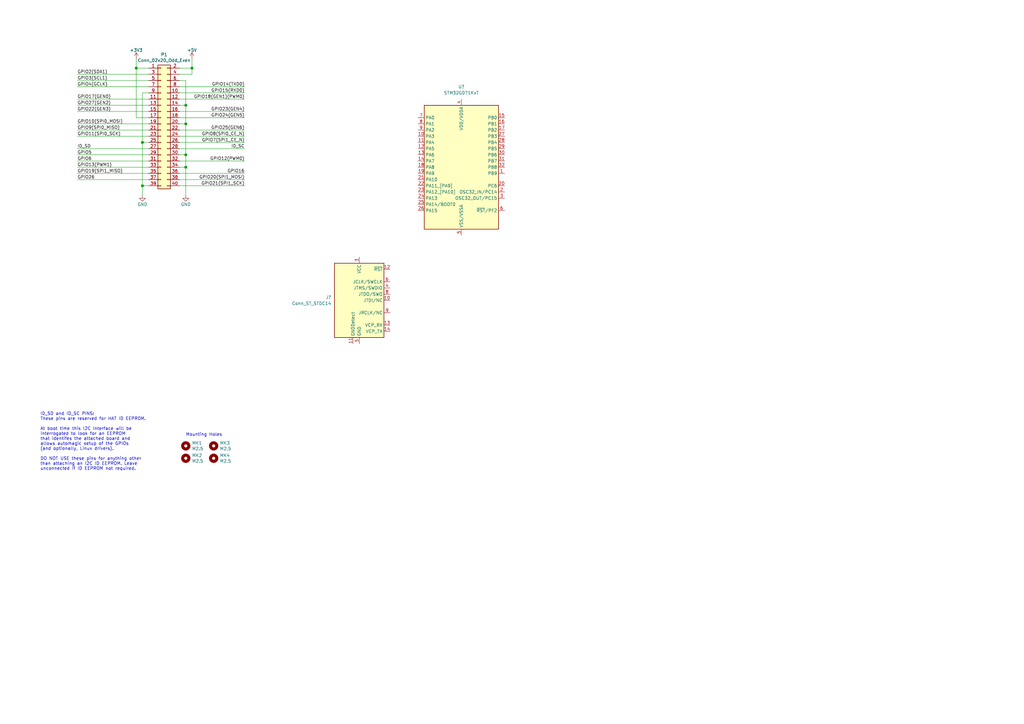
<source format=kicad_sch>
(kicad_sch (version 20210621) (generator eeschema)
  (paper "A3")
  (title_block (title "Ice Sensor PI Hat") (date "15 nov 2012") (rev "0.1"))
  (lib_symbols
    (symbol "Connector:Conn_ST_STDC14"
      (property "Reference" "J" (at -8.89 16.51 0))
      (property "Value" "Conn_ST_STDC14" (at 17.78 16.51 0))
      (symbol "Conn_ST_STDC14_0_1"
        (rectangle (start -10.16 15.24) (end 10.16 -15.24) (stroke (width 0.254)) (fill (type background)))
      )
      (symbol "Conn_ST_STDC14_1_1"
        (pin no_connect line (at -10.16 5.08 0) (length 2.54) hide (name "NC") (number "1"))
        (pin output line (at 12.7 0 180) (length 2.54) (name "JTDI/NC") (number "10"))
        (pin passive line (at -2.54 -17.78 90) (length 2.54) (name "GNDDetect") (number "11"))
        (pin open_collector line (at 12.7 12.7 180) (length 2.54) (name "~{RST}") (number "12"))
        (pin output line (at 12.7 -10.16 180) (length 2.54) (name "VCP_RX") (number "13"))
        (pin input line (at 12.7 -12.7 180) (length 2.54) (name "VCP_TX") (number "14"))
        (pin no_connect line (at -10.16 2.54 0) (length 2.54) hide (name "NC") (number "2"))
        (pin power_in line (at 0 17.78 270) (length 2.54) (name "VCC") (number "3"))
        (pin bidirectional line (at 12.7 5.08 180) (length 2.54) (name "JTMS/SWDIO") (number "4"))
        (pin power_in line (at 0 -17.78 90) (length 2.54) (name "GND") (number "5"))
        (pin output line (at 12.7 7.62 180) (length 2.54) (name "JCLK/SWCLK") (number "6"))
        (pin passive line (at 0 -17.78 90) (length 2.54) hide (name "GND") (number "7"))
        (pin input line (at 12.7 2.54 180) (length 2.54) (name "JTDO/SWO") (number "8"))
        (pin input line (at 12.7 -5.08 180) (length 2.54) (name "JRCLK/NC") (number "9"))
      )
    )
    (symbol "Connector_Generic:Conn_02x20_Odd_Even" (pin_names (offset 1.016) hide)
      (property "Reference" "J" (at 1.27 25.4 0))
      (property "Value" "Conn_02x20_Odd_Even" (at 1.27 -27.94 0))
      (symbol "Conn_02x20_Odd_Even_1_1"
        (rectangle (start -1.27 -25.273) (end 0 -25.527) (stroke (width 0.1524)))
        (rectangle (start -1.27 -22.733) (end 0 -22.987) (stroke (width 0.1524)))
        (rectangle (start -1.27 -20.193) (end 0 -20.447) (stroke (width 0.1524)))
        (rectangle (start -1.27 -17.653) (end 0 -17.907) (stroke (width 0.1524)))
        (rectangle (start -1.27 -15.113) (end 0 -15.367) (stroke (width 0.1524)))
        (rectangle (start -1.27 -12.573) (end 0 -12.827) (stroke (width 0.1524)))
        (rectangle (start -1.27 -10.033) (end 0 -10.287) (stroke (width 0.1524)))
        (rectangle (start -1.27 -7.493) (end 0 -7.747) (stroke (width 0.1524)))
        (rectangle (start -1.27 -4.953) (end 0 -5.207) (stroke (width 0.1524)))
        (rectangle (start -1.27 -2.413) (end 0 -2.667) (stroke (width 0.1524)))
        (rectangle (start -1.27 0.127) (end 0 -0.127) (stroke (width 0.1524)))
        (rectangle (start -1.27 2.667) (end 0 2.413) (stroke (width 0.1524)))
        (rectangle (start -1.27 5.207) (end 0 4.953) (stroke (width 0.1524)))
        (rectangle (start -1.27 7.747) (end 0 7.493) (stroke (width 0.1524)))
        (rectangle (start -1.27 10.287) (end 0 10.033) (stroke (width 0.1524)))
        (rectangle (start -1.27 12.827) (end 0 12.573) (stroke (width 0.1524)))
        (rectangle (start -1.27 15.367) (end 0 15.113) (stroke (width 0.1524)))
        (rectangle (start -1.27 17.907) (end 0 17.653) (stroke (width 0.1524)))
        (rectangle (start -1.27 20.447) (end 0 20.193) (stroke (width 0.1524)))
        (rectangle (start -1.27 22.987) (end 0 22.733) (stroke (width 0.1524)))
        (rectangle (start 3.81 -25.273) (end 2.54 -25.527) (stroke (width 0.1524)))
        (rectangle (start 3.81 -22.733) (end 2.54 -22.987) (stroke (width 0.1524)))
        (rectangle (start 3.81 -20.193) (end 2.54 -20.447) (stroke (width 0.1524)))
        (rectangle (start 3.81 -17.653) (end 2.54 -17.907) (stroke (width 0.1524)))
        (rectangle (start 3.81 -15.113) (end 2.54 -15.367) (stroke (width 0.1524)))
        (rectangle (start 3.81 -12.573) (end 2.54 -12.827) (stroke (width 0.1524)))
        (rectangle (start 3.81 -10.033) (end 2.54 -10.287) (stroke (width 0.1524)))
        (rectangle (start 3.81 -7.493) (end 2.54 -7.747) (stroke (width 0.1524)))
        (rectangle (start 3.81 -4.953) (end 2.54 -5.207) (stroke (width 0.1524)))
        (rectangle (start 3.81 -2.413) (end 2.54 -2.667) (stroke (width 0.1524)))
        (rectangle (start 3.81 0.127) (end 2.54 -0.127) (stroke (width 0.1524)))
        (rectangle (start 3.81 2.667) (end 2.54 2.413) (stroke (width 0.1524)))
        (rectangle (start 3.81 5.207) (end 2.54 4.953) (stroke (width 0.1524)))
        (rectangle (start 3.81 7.747) (end 2.54 7.493) (stroke (width 0.1524)))
        (rectangle (start 3.81 10.287) (end 2.54 10.033) (stroke (width 0.1524)))
        (rectangle (start 3.81 12.827) (end 2.54 12.573) (stroke (width 0.1524)))
        (rectangle (start 3.81 15.367) (end 2.54 15.113) (stroke (width 0.1524)))
        (rectangle (start 3.81 17.907) (end 2.54 17.653) (stroke (width 0.1524)))
        (rectangle (start 3.81 20.447) (end 2.54 20.193) (stroke (width 0.1524)))
        (rectangle (start 3.81 22.987) (end 2.54 22.733) (stroke (width 0.1524)))
        (rectangle (start -1.27 24.13) (end 3.81 -26.67) (stroke (width 0.254)) (fill (type background)))
        (pin passive line (at -5.08 22.86 0) (length 3.81) (name "Pin_1") (number "1"))
        (pin passive line (at 7.62 12.7 180) (length 3.81) (name "Pin_10") (number "10"))
        (pin passive line (at -5.08 10.16 0) (length 3.81) (name "Pin_11") (number "11"))
        (pin passive line (at 7.62 10.16 180) (length 3.81) (name "Pin_12") (number "12"))
        (pin passive line (at -5.08 7.62 0) (length 3.81) (name "Pin_13") (number "13"))
        (pin passive line (at 7.62 7.62 180) (length 3.81) (name "Pin_14") (number "14"))
        (pin passive line (at -5.08 5.08 0) (length 3.81) (name "Pin_15") (number "15"))
        (pin passive line (at 7.62 5.08 180) (length 3.81) (name "Pin_16") (number "16"))
        (pin passive line (at -5.08 2.54 0) (length 3.81) (name "Pin_17") (number "17"))
        (pin passive line (at 7.62 2.54 180) (length 3.81) (name "Pin_18") (number "18"))
        (pin passive line (at -5.08 0 0) (length 3.81) (name "Pin_19") (number "19"))
        (pin passive line (at 7.62 22.86 180) (length 3.81) (name "Pin_2") (number "2"))
        (pin passive line (at 7.62 0 180) (length 3.81) (name "Pin_20") (number "20"))
        (pin passive line (at -5.08 -2.54 0) (length 3.81) (name "Pin_21") (number "21"))
        (pin passive line (at 7.62 -2.54 180) (length 3.81) (name "Pin_22") (number "22"))
        (pin passive line (at -5.08 -5.08 0) (length 3.81) (name "Pin_23") (number "23"))
        (pin passive line (at 7.62 -5.08 180) (length 3.81) (name "Pin_24") (number "24"))
        (pin passive line (at -5.08 -7.62 0) (length 3.81) (name "Pin_25") (number "25"))
        (pin passive line (at 7.62 -7.62 180) (length 3.81) (name "Pin_26") (number "26"))
        (pin passive line (at -5.08 -10.16 0) (length 3.81) (name "Pin_27") (number "27"))
        (pin passive line (at 7.62 -10.16 180) (length 3.81) (name "Pin_28") (number "28"))
        (pin passive line (at -5.08 -12.7 0) (length 3.81) (name "Pin_29") (number "29"))
        (pin passive line (at -5.08 20.32 0) (length 3.81) (name "Pin_3") (number "3"))
        (pin passive line (at 7.62 -12.7 180) (length 3.81) (name "Pin_30") (number "30"))
        (pin passive line (at -5.08 -15.24 0) (length 3.81) (name "Pin_31") (number "31"))
        (pin passive line (at 7.62 -15.24 180) (length 3.81) (name "Pin_32") (number "32"))
        (pin passive line (at -5.08 -17.78 0) (length 3.81) (name "Pin_33") (number "33"))
        (pin passive line (at 7.62 -17.78 180) (length 3.81) (name "Pin_34") (number "34"))
        (pin passive line (at -5.08 -20.32 0) (length 3.81) (name "Pin_35") (number "35"))
        (pin passive line (at 7.62 -20.32 180) (length 3.81) (name "Pin_36") (number "36"))
        (pin passive line (at -5.08 -22.86 0) (length 3.81) (name "Pin_37") (number "37"))
        (pin passive line (at 7.62 -22.86 180) (length 3.81) (name "Pin_38") (number "38"))
        (pin passive line (at -5.08 -25.4 0) (length 3.81) (name "Pin_39") (number "39"))
        (pin passive line (at 7.62 20.32 180) (length 3.81) (name "Pin_4") (number "4"))
        (pin passive line (at 7.62 -25.4 180) (length 3.81) (name "Pin_40") (number "40"))
        (pin passive line (at -5.08 17.78 0) (length 3.81) (name "Pin_5") (number "5"))
        (pin passive line (at 7.62 17.78 180) (length 3.81) (name "Pin_6") (number "6"))
        (pin passive line (at -5.08 15.24 0) (length 3.81) (name "Pin_7") (number "7"))
        (pin passive line (at 7.62 15.24 180) (length 3.81) (name "Pin_8") (number "8"))
        (pin passive line (at -5.08 12.7 0) (length 3.81) (name "Pin_9") (number "9"))
      )
    )
    (symbol "MCU_ST_STM32G0:STM32G071KxT"
      (property "Reference" "U" (at -15.24 26.67 0))
      (property "Value" "STM32G071KxT" (at 1.27 26.67 0))
      (symbol "STM32G071KxT_0_1"
        (rectangle (start -15.24 -25.4) (end 15.24 25.4) (stroke (width 0.254)) (fill (type background)))
      )
      (symbol "STM32G071KxT_1_1"
        (pin bidirectional line (at 17.78 -2.54 180) (length 2.54) (name "PB9") (number "1"))
        (pin bidirectional line (at -17.78 12.7 0) (length 2.54) (name "PA3") (number "10"))
        (pin bidirectional line (at -17.78 10.16 0) (length 2.54) (name "PA4") (number "11"))
        (pin bidirectional line (at -17.78 7.62 0) (length 2.54) (name "PA5") (number "12"))
        (pin bidirectional line (at -17.78 5.08 0) (length 2.54) (name "PA6") (number "13"))
        (pin bidirectional line (at -17.78 2.54 0) (length 2.54) (name "PA7") (number "14"))
        (pin bidirectional line (at 17.78 20.32 180) (length 2.54) (name "PB0") (number "15"))
        (pin bidirectional line (at 17.78 17.78 180) (length 2.54) (name "PB1") (number "16"))
        (pin bidirectional line (at 17.78 15.24 180) (length 2.54) (name "PB2") (number "17"))
        (pin bidirectional line (at -17.78 0 0) (length 2.54) (name "PA8") (number "18"))
        (pin bidirectional line (at -17.78 -2.54 0) (length 2.54) (name "PA9") (number "19"))
        (pin bidirectional line (at 17.78 -10.16 180) (length 2.54) (name "OSC32_IN/PC14") (number "2"))
        (pin bidirectional line (at 17.78 -7.62 180) (length 2.54) (name "PC6") (number "20"))
        (pin bidirectional line (at -17.78 -5.08 0) (length 2.54) (name "PA10") (number "21"))
        (pin bidirectional line (at -17.78 -7.62 0) (length 2.54) (name "PA11_[PA9]") (number "22"))
        (pin bidirectional line (at -17.78 -10.16 0) (length 2.54) (name "PA12_[PA10]") (number "23"))
        (pin bidirectional line (at -17.78 -12.7 0) (length 2.54) (name "PA13") (number "24"))
        (pin bidirectional line (at -17.78 -15.24 0) (length 2.54) (name "PA14/BOOT0") (number "25"))
        (pin bidirectional line (at -17.78 -17.78 0) (length 2.54) (name "PA15") (number "26"))
        (pin bidirectional line (at 17.78 12.7 180) (length 2.54) (name "PB3") (number "27"))
        (pin bidirectional line (at 17.78 10.16 180) (length 2.54) (name "PB4") (number "28"))
        (pin bidirectional line (at 17.78 7.62 180) (length 2.54) (name "PB5") (number "29"))
        (pin bidirectional line (at 17.78 -12.7 180) (length 2.54) (name "OSC32_OUT/PC15") (number "3"))
        (pin bidirectional line (at 17.78 5.08 180) (length 2.54) (name "PB6") (number "30"))
        (pin bidirectional line (at 17.78 2.54 180) (length 2.54) (name "PB7") (number "31"))
        (pin bidirectional line (at 17.78 0 180) (length 2.54) (name "PB8") (number "32"))
        (pin power_in line (at 0 27.94 270) (length 2.54) (name "VDD/VDDA") (number "4"))
        (pin power_in line (at 0 -27.94 90) (length 2.54) (name "VSS/VSSA") (number "5"))
        (pin bidirectional line (at 17.78 -17.78 180) (length 2.54) (name "~{RST}/PF2") (number "6"))
        (pin bidirectional line (at -17.78 20.32 0) (length 2.54) (name "PA0") (number "7"))
        (pin bidirectional line (at -17.78 17.78 0) (length 2.54) (name "PA1") (number "8"))
        (pin bidirectional line (at -17.78 15.24 0) (length 2.54) (name "PA2") (number "9"))
      )
    )
    (symbol "Mechanical:MountingHole" (pin_names (offset 1.016))
      (property "Reference" "H" (at 0 5.08 0))
      (property "Value" "MountingHole" (at 0 3.175 0))
      (symbol "MountingHole_0_1"
        (circle (center 0 0) (radius 1.27) (stroke (width 1.27)))
      )
    )
    (symbol "power:+3.3V" (power) (pin_names (offset 0))
      (property "Value" "+3.3V" (at 0 3.556 0))
      (symbol "+3.3V_0_1"
        (polyline (pts (xy -0.762 1.27) (xy 0 2.54)))
        (polyline (pts (xy 0 0) (xy 0 2.54)))
        (polyline (pts (xy 0 2.54) (xy 0.762 1.27)))
      )
      (symbol "+3.3V_1_1"
        (pin power_in line (at 0 0 90) (length 0) hide (name "+3V3") (number "1"))
      )
    )
    (symbol "power:+5V" (power) (pin_names (offset 0))
      (property "Value" "+5V" (at 0 3.556 0))
      (symbol "+5V_0_1"
        (polyline (pts (xy -0.762 1.27) (xy 0 2.54)))
        (polyline (pts (xy 0 0) (xy 0 2.54)))
        (polyline (pts (xy 0 2.54) (xy 0.762 1.27)))
      )
      (symbol "+5V_1_1"
        (pin power_in line (at 0 0 90) (length 0) hide (name "+5V") (number "1"))
      )
    )
    (symbol "power:GND" (power) (pin_names (offset 0))
      (property "Value" "GND" (at 0 -3.81 0))
      (symbol "GND_0_1"
        (polyline (pts (xy 0 0) (xy 0 -1.27) (xy 1.27 -1.27) (xy 0 -2.54) (xy -1.27 -1.27) (xy 0 -1.27)))
      )
      (symbol "GND_1_1"
        (pin power_in line (at 0 0 270) (length 0) hide (name "GND") (number "1"))
      )
    )
  )
  (junction (at 55.88 27.94) (diameter 1.016))
  (junction (at 58.42 58.42) (diameter 1.016))
  (junction (at 58.42 76.2) (diameter 1.016))
  (junction (at 76.2 43.18) (diameter 1.016))
  (junction (at 76.2 50.8) (diameter 1.016))
  (junction (at 76.2 63.5) (diameter 1.016))
  (junction (at 76.2 68.58) (diameter 1.016))
  (junction (at 78.74 27.94) (diameter 1.016))
  (wire (pts (xy 31.75 33.02) (xy 60.96 33.02)))
  (wire (pts (xy 31.75 35.56) (xy 60.96 35.56)))
  (wire (pts (xy 31.75 43.18) (xy 60.96 43.18)))
  (wire (pts (xy 31.75 45.72) (xy 60.96 45.72)))
  (wire (pts (xy 31.75 53.34) (xy 60.96 53.34)))
  (wire (pts (xy 31.75 55.88) (xy 60.96 55.88)))
  (wire (pts (xy 31.75 63.5) (xy 60.96 63.5)))
  (wire (pts (xy 31.75 66.04) (xy 60.96 66.04)))
  (wire (pts (xy 31.75 71.12) (xy 60.96 71.12)))
  (wire (pts (xy 31.75 73.66) (xy 60.96 73.66)))
  (wire (pts (xy 55.88 24.13) (xy 55.88 27.94)))
  (wire (pts (xy 55.88 27.94) (xy 55.88 48.26)))
  (wire (pts (xy 55.88 27.94) (xy 60.96 27.94)))
  (wire (pts (xy 55.88 48.26) (xy 60.96 48.26)))
  (wire (pts (xy 58.42 38.1) (xy 58.42 58.42)))
  (wire (pts (xy 58.42 38.1) (xy 60.96 38.1)))
  (wire (pts (xy 58.42 58.42) (xy 58.42 76.2)))
  (wire (pts (xy 58.42 58.42) (xy 60.96 58.42)))
  (wire (pts (xy 58.42 76.2) (xy 58.42 80.01)))
  (wire (pts (xy 58.42 76.2) (xy 60.96 76.2)))
  (wire (pts (xy 60.96 30.48) (xy 31.75 30.48)))
  (wire (pts (xy 60.96 40.64) (xy 31.75 40.64)))
  (wire (pts (xy 60.96 50.8) (xy 31.75 50.8)))
  (wire (pts (xy 60.96 60.96) (xy 31.75 60.96)))
  (wire (pts (xy 60.96 68.58) (xy 31.75 68.58)))
  (wire (pts (xy 73.66 35.56) (xy 100.33 35.56)))
  (wire (pts (xy 73.66 38.1) (xy 100.33 38.1)))
  (wire (pts (xy 73.66 40.64) (xy 100.33 40.64)))
  (wire (pts (xy 73.66 45.72) (xy 100.33 45.72)))
  (wire (pts (xy 73.66 48.26) (xy 100.33 48.26)))
  (wire (pts (xy 73.66 53.34) (xy 100.33 53.34)))
  (wire (pts (xy 73.66 55.88) (xy 100.33 55.88)))
  (wire (pts (xy 73.66 58.42) (xy 100.33 58.42)))
  (wire (pts (xy 73.66 60.96) (xy 100.33 60.96)))
  (wire (pts (xy 73.66 66.04) (xy 100.33 66.04)))
  (wire (pts (xy 73.66 71.12) (xy 100.33 71.12)))
  (wire (pts (xy 73.66 73.66) (xy 100.33 73.66)))
  (wire (pts (xy 73.66 76.2) (xy 100.33 76.2)))
  (wire (pts (xy 76.2 33.02) (xy 73.66 33.02)))
  (wire (pts (xy 76.2 33.02) (xy 76.2 43.18)))
  (wire (pts (xy 76.2 43.18) (xy 73.66 43.18)))
  (wire (pts (xy 76.2 43.18) (xy 76.2 50.8)))
  (wire (pts (xy 76.2 50.8) (xy 73.66 50.8)))
  (wire (pts (xy 76.2 50.8) (xy 76.2 63.5)))
  (wire (pts (xy 76.2 63.5) (xy 73.66 63.5)))
  (wire (pts (xy 76.2 63.5) (xy 76.2 68.58)))
  (wire (pts (xy 76.2 68.58) (xy 73.66 68.58)))
  (wire (pts (xy 76.2 68.58) (xy 76.2 80.01)))
  (wire (pts (xy 78.74 24.13) (xy 78.74 27.94)))
  (wire (pts (xy 78.74 27.94) (xy 73.66 27.94)))
  (wire (pts (xy 78.74 27.94) (xy 78.74 30.48)))
  (wire (pts (xy 78.74 30.48) (xy 73.66 30.48)))
  (text "ID_SD and ID_SC PINS:\nThese pins are reserved for HAT ID EEPROM.\n\nAt boot time this I2C interface will be\ninterrogated to look for an EEPROM\nthat identifes the attached board and\nallows automagic setup of the GPIOs\n(and optionally, Linux drivers).\n\nDO NOT USE these pins for anything other\nthan attaching an I2C ID EEPROM. Leave\nunconnected if ID EEPROM not required." (at 16.51 193.04 0) (effects (font (size 1.27 1.27)) (justify left bottom)))
  (text "Mounting Holes" (at 76.2 179.07 0) (effects (font (size 1.27 1.27)) (justify left bottom)))
  (label "GPIO2(SDA1)" (at 31.75 30.48 0))
  (label "GPIO3(SCL1)" (at 31.75 33.02 0))
  (label "GPIO4(GCLK)" (at 31.75 35.56 0))
  (label "GPIO17(GEN0)" (at 31.75 40.64 0))
  (label "GPIO27(GEN2)" (at 31.75 43.18 0))
  (label "GPIO22(GEN3)" (at 31.75 45.72 0))
  (label "GPIO10(SPI0_MOSI)" (at 31.75 50.8 0))
  (label "GPIO9(SPI0_MISO)" (at 31.75 53.34 0))
  (label "GPIO11(SPI0_SCK)" (at 31.75 55.88 0))
  (label "ID_SD" (at 31.75 60.96 0))
  (label "GPIO5" (at 31.75 63.5 0))
  (label "GPIO6" (at 31.75 66.04 0))
  (label "GPIO13(PWM1)" (at 31.75 68.58 0))
  (label "GPIO19(SPI1_MISO)" (at 31.75 71.12 0))
  (label "GPIO26" (at 31.75 73.66 0))
  (label "GPIO14(TXD0)" (at 100.33 35.56 180))
  (label "GPIO15(RXD0)" (at 100.33 38.1 180))
  (label "GPIO18(GEN1)(PWM0)" (at 100.33 40.64 180))
  (label "GPIO23(GEN4)" (at 100.33 45.72 180))
  (label "GPIO24(GEN5)" (at 100.33 48.26 180))
  (label "GPIO25(GEN6)" (at 100.33 53.34 180))
  (label "GPIO8(SPI0_CE_N)" (at 100.33 55.88 180))
  (label "GPIO7(SPI1_CE_N)" (at 100.33 58.42 180))
  (label "ID_SC" (at 100.33 60.96 180))
  (label "GPIO12(PWM0)" (at 100.33 66.04 180))
  (label "GPIO16" (at 100.33 71.12 180))
  (label "GPIO20(SPI1_MOSI)" (at 100.33 73.66 180))
  (label "GPIO21(SPI1_SCK)" (at 100.33 76.2 180))
  (symbol (lib_id "power:+3.3V") (at 55.88 24.13 0) (unit 1)
    (property "Reference" "#PWR04" (effects hide))
    (property "Value" "+3.3V" (at 55.88 20.574 0))
  )
  (symbol (lib_id "power:+5V") (at 78.74 24.13 0) (unit 1)
    (property "Reference" "#PWR01" (effects hide))
    (property "Value" "+5V" (at 78.74 20.574 0))
  )
  (symbol (lib_id "power:GND") (at 58.42 80.01 0) (unit 1)
    (property "Reference" "#PWR03" (effects hide))
    (property "Value" "GND" (at 58.42 83.82 0))
  )
  (symbol (lib_id "power:GND") (at 76.2 80.01 0) (unit 1)
    (property "Reference" "#PWR02" (effects hide))
    (property "Value" "GND" (at 76.2 83.82 0))
  )
  (symbol (lib_id "Mechanical:MountingHole") (at 76.2 182.88 0) (unit 1)
    (property "Reference" "MK1" (at 78.74 181.7116 0) (effects (justify left)))
    (property "Value" "M2.5" (at 78.74 184.023 0) (effects (justify left)))
    (property "Footprint" "MountingHole:MountingHole_2.7mm_M2.5" (effects hide))
  )
  (symbol (lib_id "Mechanical:MountingHole") (at 76.2 187.96 0) (unit 1)
    (property "Reference" "MK2" (at 78.74 186.7916 0) (effects (justify left)))
    (property "Value" "M2.5" (at 78.74 189.103 0) (effects (justify left)))
    (property "Footprint" "MountingHole:MountingHole_2.7mm_M2.5" (effects hide))
  )
  (symbol (lib_id "Mechanical:MountingHole") (at 87.63 182.88 0) (unit 1)
    (property "Reference" "MK3" (at 90.17 181.7116 0) (effects (justify left)))
    (property "Value" "M2.5" (at 90.17 184.023 0) (effects (justify left)))
    (property "Footprint" "MountingHole:MountingHole_2.7mm_M2.5" (effects hide))
  )
  (symbol (lib_id "Mechanical:MountingHole") (at 87.63 187.96 0) (unit 1)
    (property "Reference" "MK4" (at 90.17 186.7916 0) (effects (justify left)))
    (property "Value" "M2.5" (at 90.17 189.103 0) (effects (justify left)))
    (property "Footprint" "MountingHole:MountingHole_2.7mm_M2.5" (effects hide))
  )
  (symbol (lib_id "Connector_Generic:Conn_02x20_Odd_Even") (at 66.04 50.8 0) (unit 1)
    (property "Reference" "P1" (at 67.31 22.4282 0))
    (property "Value" "Conn_02x20_Odd_Even" (at 67.31 24.7396 0))
    (property "Footprint" "Connector_PinSocket_2.54mm:PinSocket_2x20_P2.54mm_Vertical" (effects hide))
  )
  (symbol (lib_id "Connector:Conn_ST_STDC14") (at 147.32 123.19 0) (unit 1)
    (property "Reference" "J?" (at 135.89 121.9199 0) (effects (justify right)))
    (property "Value" "Conn_ST_STDC14" (at 135.89 124.4599 0) (effects (justify right)))
    (property "Datasheet" "https://www.st.com/content/ccc/resource/technical/document/user_manual/group1/99/49/91/b6/b2/3a/46/e5/DM00526767/files/DM00526767.pdf/jcr:content/translations/en.DM00526767.pdf" (effects hide))
  )
  (symbol (lib_id "MCU_ST_STM32G0:STM32G071KxT") (at 189.23 68.58 0) (unit 1)
    (property "Reference" "U?" (at 189.23 35.56 0))
    (property "Value" "STM32G071KxT" (at 189.23 38.1 0))
    (property "Footprint" "Package_QFP:LQFP-32_7x7mm_P0.8mm" (effects hide))
    (property "Datasheet" "https://www.st.com/resource/en/datasheet/stm32g071kb.pdf" (effects hide))
  )
)
</source>
